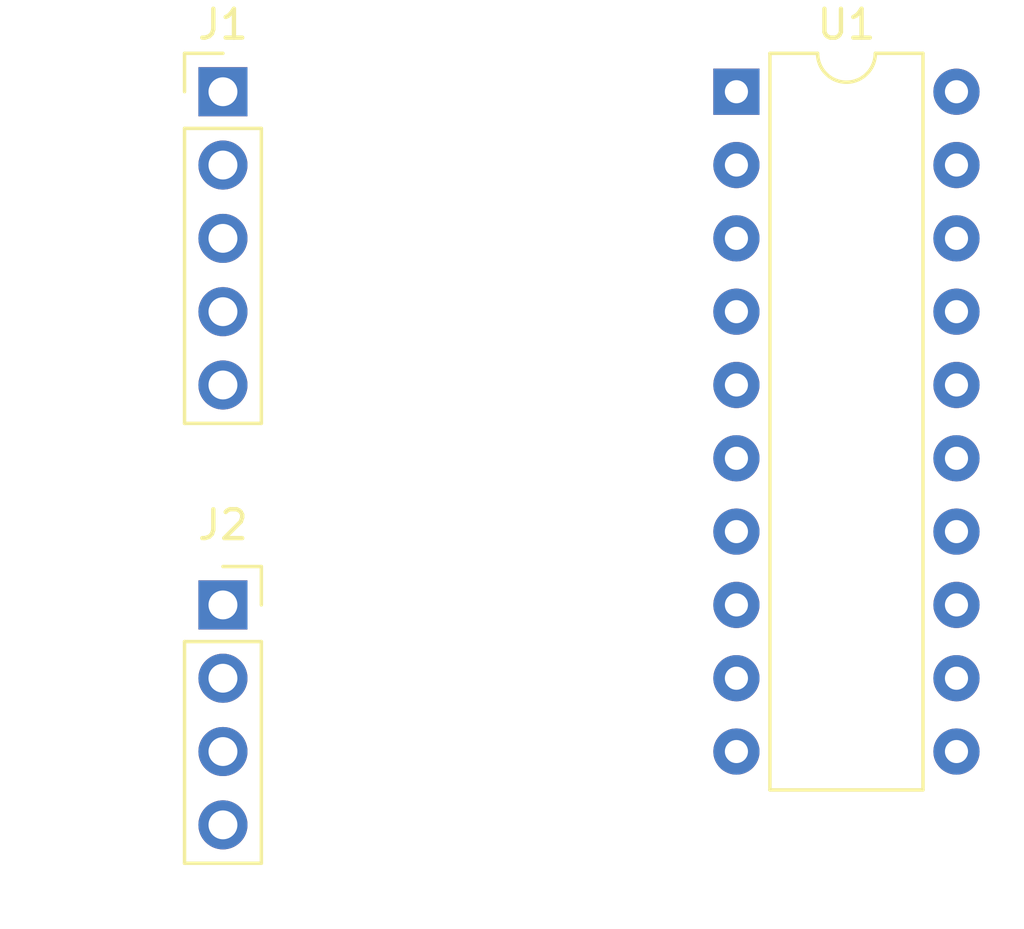
<source format=kicad_pcb>
(kicad_pcb (version 20211014) (generator pcbnew)
  (layers (0 "F.Cu" signal) (31 "B.Cu" signal) (34 "B.Paste" user) (35 "F.Paste" user) (36 "B.SilkS" user "B.Silkscreen") (37 "F.SilkS" user "F.Silkscreen") (38 "B.Mask" user) (39 "F.Mask" user) (44 "Edge.Cuts" user))
  (net 0 "")
  (net 1 "VDD")
  (net 6 "Net-(J1-Pad1)")
  (net 14 "Net-(J1-Pad5)")
  (net 16 "Net-(J1-Pad4)")
  (net 18 "GND")
  (net 19 "Net-(U1-Pad17)")
  (net 20 "Net-(U1-Pad2)")
  (footprint "Connector_PinSocket_2.54mm:PinSocket_1x04_P2.54mm_Vertical" (layer "F.Cu") (at 114.3 101.6)
    (fp_text reference "J2" (at 0 -2.77) (layer "F.SilkS"))
    (fp_text value "Conn_01x04_Female")
    (fp_line (start -1.33 1.27) (end 1.33 1.27) (layer "F.SilkS") (width 0.12))
    (fp_line (start 1.33 -1.33) (end 1.33 0) (layer "F.SilkS") (width 0.12))
    (fp_line (start -1.33 8.95) (end 1.33 8.95) (layer "F.SilkS") (width 0.12))
    (fp_line (start 0 -1.33) (end 1.33 -1.33) (layer "F.SilkS") (width 0.12))
    (fp_line (start 1.33 1.27) (end 1.33 8.95) (layer "F.SilkS") (width 0.12))
    (fp_line (start -1.33 1.27) (end -1.33 8.95) (layer "F.SilkS") (width 0.12))
    (pad "1" thru_hole rect locked (at 0 0) (size 1.7 1.7) (drill 1) (layers *.Cu *.Mask) (net 18 "GND"))
    (pad "2" thru_hole oval locked (at 0 2.54) (size 1.7 1.7) (drill 1) (layers *.Cu *.Mask) (net 1 "VDD"))
    (pad "3" thru_hole oval locked (at 0 5.08) (size 1.7 1.7) (drill 1) (layers *.Cu *.Mask) (net 19 "Net-(U1-Pad17)"))
    (pad "4" thru_hole oval locked (at 0 7.62) (size 1.7 1.7) (drill 1) (layers *.Cu *.Mask) (net 20 "Net-(U1-Pad2)"))
  )
  (footprint "Connector_PinHeader_2.54mm:PinHeader_1x05_P2.54mm_Vertical" (layer "F.Cu") (at 114.3 83.82)
    (fp_text reference "J1" (at 0 -2.33) (layer "F.SilkS"))
    (fp_text value "Conn_01x05_Male")
    (fp_line (start -1.33 0) (end -1.33 -1.33) (layer "F.SilkS") (width 0.12))
    (fp_line (start -1.33 1.27) (end 1.33 1.27) (layer "F.SilkS") (width 0.12))
    (fp_line (start 1.33 1.27) (end 1.33 11.49) (layer "F.SilkS") (width 0.12))
    (fp_line (start -1.33 11.49) (end 1.33 11.49) (layer "F.SilkS") (width 0.12))
    (fp_line (start -1.33 1.27) (end -1.33 11.49) (layer "F.SilkS") (width 0.12))
    (fp_line (start -1.33 -1.33) (end 0 -1.33) (layer "F.SilkS") (width 0.12))
    (pad "1" thru_hole rect locked (at 0 0) (size 1.7 1.7) (drill 1) (layers *.Cu *.Mask) (net 6 "Net-(J1-Pad1)"))
    (pad "2" thru_hole oval locked (at 0 2.54) (size 1.7 1.7) (drill 1) (layers *.Cu *.Mask) (net 1 "VDD"))
    (pad "3" thru_hole oval locked (at 0 5.08) (size 1.7 1.7) (drill 1) (layers *.Cu *.Mask) (net 18 "GND"))
    (pad "4" thru_hole oval locked (at 0 7.62) (size 1.7 1.7) (drill 1) (layers *.Cu *.Mask) (net 16 "Net-(J1-Pad4)"))
    (pad "5" thru_hole oval locked (at 0 10.16) (size 1.7 1.7) (drill 1) (layers *.Cu *.Mask) (net 14 "Net-(J1-Pad5)"))
  )
  (footprint "Package_DIP:DIP-20_W7.62mm" (layer "F.Cu") (at 132.08 83.82)
    (fp_text reference "U1" (at 3.81 -2.33) (layer "F.SilkS"))
    (fp_text value "PIC16F1619-xP")
    (fp_line (start 1.16 -1.33) (end 1.16 24.19) (layer "F.SilkS") (width 0.12))
    (fp_line (start 6.46 24.19) (end 6.46 -1.33) (layer "F.SilkS") (width 0.12))
    (fp_line (start 1.16 24.19) (end 6.46 24.19) (layer "F.SilkS") (width 0.12))
    (fp_line (start 2.81 -1.33) (end 1.16 -1.33) (layer "F.SilkS") (width 0.12))
    (fp_line (start 6.46 -1.33) (end 4.81 -1.33) (layer "F.SilkS") (width 0.12))
    (fp_arc (start 4.81 -1.33) (mid 3.81 -0.33) (end 2.81 -1.33) (layer "F.SilkS") (width 0.12))
    (pad "1" thru_hole rect locked (at 0 0) (size 1.6 1.6) (drill 0.8) (layers *.Cu *.Mask) (net 1 "VDD"))
    (pad "2" thru_hole oval locked (at 0 2.54) (size 1.6 1.6) (drill 0.8) (layers *.Cu *.Mask) (net 20 "Net-(U1-Pad2)"))
    (pad "3" thru_hole oval locked (at 0 5.08) (size 1.6 1.6) (drill 0.8) (layers *.Cu *.Mask))
    (pad "4" thru_hole oval locked (at 0 7.62) (size 1.6 1.6) (drill 0.8) (layers *.Cu *.Mask) (net 6 "Net-(J1-Pad1)"))
    (pad "5" thru_hole oval locked (at 0 10.16) (size 1.6 1.6) (drill 0.8) (layers *.Cu *.Mask))
    (pad "6" thru_hole oval locked (at 0 12.7) (size 1.6 1.6) (drill 0.8) (layers *.Cu *.Mask))
    (pad "7" thru_hole oval locked (at 0 15.24) (size 1.6 1.6) (drill 0.8) (layers *.Cu *.Mask))
    (pad "8" thru_hole oval locked (at 0 17.78) (size 1.6 1.6) (drill 0.8) (layers *.Cu *.Mask))
    (pad "9" thru_hole oval locked (at 0 20.32) (size 1.6 1.6) (drill 0.8) (layers *.Cu *.Mask))
    (pad "10" thru_hole oval locked (at 0 22.86) (size 1.6 1.6) (drill 0.8) (layers *.Cu *.Mask))
    (pad "11" thru_hole oval locked (at 7.62 22.86) (size 1.6 1.6) (drill 0.8) (layers *.Cu *.Mask))
    (pad "12" thru_hole oval locked (at 7.62 20.32) (size 1.6 1.6) (drill 0.8) (layers *.Cu *.Mask))
    (pad "13" thru_hole oval locked (at 7.62 17.78) (size 1.6 1.6) (drill 0.8) (layers *.Cu *.Mask))
    (pad "14" thru_hole oval locked (at 7.62 15.24) (size 1.6 1.6) (drill 0.8) (layers *.Cu *.Mask))
    (pad "15" thru_hole oval locked (at 7.62 12.7) (size 1.6 1.6) (drill 0.8) (layers *.Cu *.Mask))
    (pad "16" thru_hole oval locked (at 7.62 10.16) (size 1.6 1.6) (drill 0.8) (layers *.Cu *.Mask))
    (pad "17" thru_hole oval locked (at 7.62 7.62) (size 1.6 1.6) (drill 0.8) (layers *.Cu *.Mask) (net 19 "Net-(U1-Pad17)"))
    (pad "18" thru_hole oval locked (at 7.62 5.08) (size 1.6 1.6) (drill 0.8) (layers *.Cu *.Mask) (net 14 "Net-(J1-Pad5)"))
    (pad "19" thru_hole oval locked (at 7.62 2.54) (size 1.6 1.6) (drill 0.8) (layers *.Cu *.Mask) (net 16 "Net-(J1-Pad4)"))
    (pad "20" thru_hole oval locked (at 7.62 0) (size 1.6 1.6) (drill 0.8) (layers *.Cu *.Mask) (net 18 "GND"))
  )
)
</source>
